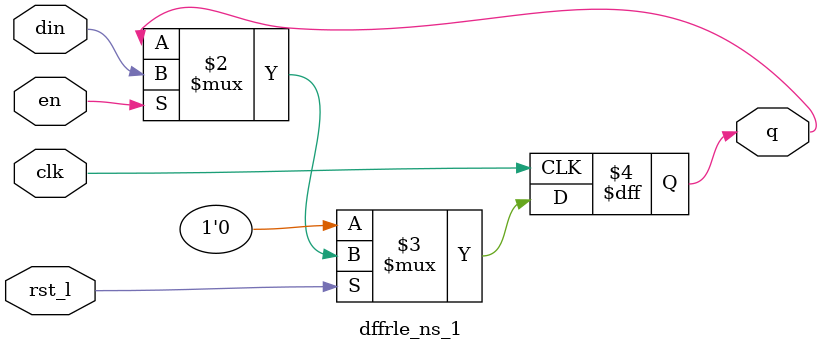
<source format=v>
module dffrle_ns_1 (din, rst_l, en, clk, q);
parameter SIZE = 1;
input	[SIZE-1:0]	din ;	
input			en ;	
input			rst_l ;	
input			clk ;	
output	[SIZE-1:0]	q ;	
reg 	[SIZE-1:0]	q ;
always @ (posedge clk)
  q[SIZE-1:0] <= rst_l ? ((en) ? din[SIZE-1:0] : q[SIZE-1:0]) : {SIZE{1'b0}} ;
endmodule
</source>
